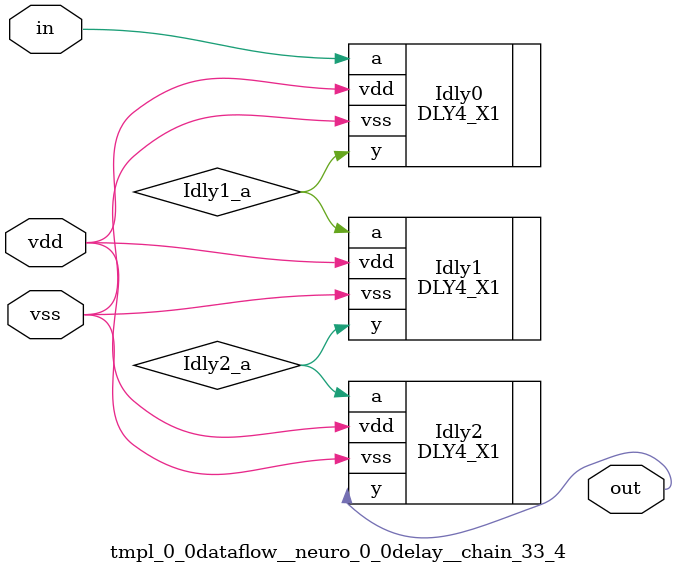
<source format=v>
module tmpl_0_0dataflow__neuro_0_0delay__chain_33_4(out, in, vdd, vss); 
   input vdd;
   input vss;
   output out;
   input in;

// -- signals ---
   wire Idly1_a ;
   wire out ;
   wire Idly2_a ;
   wire in;

// --- instances
DLY4_X1 Idly0  (.y(Idly1_a ), .a(in), .vdd(vdd), .vss(vss));
DLY4_X1 Idly1  (.y(Idly2_a ), .a(Idly1_a ), .vdd(vdd), .vss(vss));
DLY4_X1 Idly2  (.y(out), .a(Idly2_a ), .vdd(vdd), .vss(vss));
endmodule
</source>
